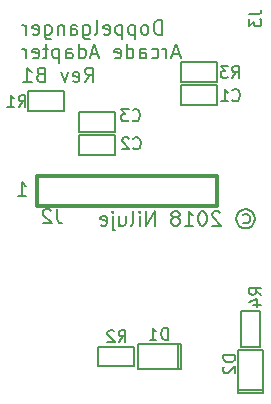
<source format=gbo>
G04 #@! TF.GenerationSoftware,KiCad,Pcbnew,no-vcs-found-bf44d39~61~ubuntu16.04.1*
G04 #@! TF.CreationDate,2018-01-04T16:51:09+01:00*
G04 #@! TF.ProjectId,arcade_adapter,6172636164655F616461707465722E6B,rev?*
G04 #@! TF.SameCoordinates,Original*
G04 #@! TF.FileFunction,Legend,Bot*
G04 #@! TF.FilePolarity,Positive*
%FSLAX46Y46*%
G04 Gerber Fmt 4.6, Leading zero omitted, Abs format (unit mm)*
G04 Created by KiCad (PCBNEW no-vcs-found-bf44d39~61~ubuntu16.04.1) date Thu Jan  4 16:51:09 2018*
%MOMM*%
%LPD*%
G01*
G04 APERTURE LIST*
%ADD10C,0.200000*%
%ADD11C,0.203200*%
%ADD12C,0.300000*%
%ADD13C,0.150000*%
G04 APERTURE END LIST*
D10*
X91437114Y-76184057D02*
X92122828Y-76184057D01*
X91779971Y-76184057D02*
X91779971Y-74984057D01*
X91894257Y-75155485D01*
X92008542Y-75269771D01*
X92122828Y-75326914D01*
X110462857Y-77728571D02*
X110577142Y-77671428D01*
X110805714Y-77671428D01*
X110920000Y-77728571D01*
X111034285Y-77842857D01*
X111091428Y-77957142D01*
X111091428Y-78185714D01*
X111034285Y-78300000D01*
X110920000Y-78414285D01*
X110805714Y-78471428D01*
X110577142Y-78471428D01*
X110462857Y-78414285D01*
X110691428Y-77271428D02*
X110977142Y-77328571D01*
X111262857Y-77500000D01*
X111434285Y-77785714D01*
X111491428Y-78071428D01*
X111434285Y-78357142D01*
X111262857Y-78642857D01*
X110977142Y-78814285D01*
X110691428Y-78871428D01*
X110405714Y-78814285D01*
X110120000Y-78642857D01*
X109948571Y-78357142D01*
X109891428Y-78071428D01*
X109948571Y-77785714D01*
X110120000Y-77500000D01*
X110405714Y-77328571D01*
X110691428Y-77271428D01*
X108520000Y-77557142D02*
X108462857Y-77500000D01*
X108348571Y-77442857D01*
X108062857Y-77442857D01*
X107948571Y-77500000D01*
X107891428Y-77557142D01*
X107834285Y-77671428D01*
X107834285Y-77785714D01*
X107891428Y-77957142D01*
X108577142Y-78642857D01*
X107834285Y-78642857D01*
X107091428Y-77442857D02*
X106977142Y-77442857D01*
X106862857Y-77500000D01*
X106805714Y-77557142D01*
X106748571Y-77671428D01*
X106691428Y-77900000D01*
X106691428Y-78185714D01*
X106748571Y-78414285D01*
X106805714Y-78528571D01*
X106862857Y-78585714D01*
X106977142Y-78642857D01*
X107091428Y-78642857D01*
X107205714Y-78585714D01*
X107262857Y-78528571D01*
X107320000Y-78414285D01*
X107377142Y-78185714D01*
X107377142Y-77900000D01*
X107320000Y-77671428D01*
X107262857Y-77557142D01*
X107205714Y-77500000D01*
X107091428Y-77442857D01*
X105548571Y-78642857D02*
X106234285Y-78642857D01*
X105891428Y-78642857D02*
X105891428Y-77442857D01*
X106005714Y-77614285D01*
X106120000Y-77728571D01*
X106234285Y-77785714D01*
X104862857Y-77957142D02*
X104977142Y-77900000D01*
X105034285Y-77842857D01*
X105091428Y-77728571D01*
X105091428Y-77671428D01*
X105034285Y-77557142D01*
X104977142Y-77500000D01*
X104862857Y-77442857D01*
X104634285Y-77442857D01*
X104520000Y-77500000D01*
X104462857Y-77557142D01*
X104405714Y-77671428D01*
X104405714Y-77728571D01*
X104462857Y-77842857D01*
X104520000Y-77900000D01*
X104634285Y-77957142D01*
X104862857Y-77957142D01*
X104977142Y-78014285D01*
X105034285Y-78071428D01*
X105091428Y-78185714D01*
X105091428Y-78414285D01*
X105034285Y-78528571D01*
X104977142Y-78585714D01*
X104862857Y-78642857D01*
X104634285Y-78642857D01*
X104520000Y-78585714D01*
X104462857Y-78528571D01*
X104405714Y-78414285D01*
X104405714Y-78185714D01*
X104462857Y-78071428D01*
X104520000Y-78014285D01*
X104634285Y-77957142D01*
X102977142Y-78642857D02*
X102977142Y-77442857D01*
X102291428Y-78642857D01*
X102291428Y-77442857D01*
X101720000Y-78642857D02*
X101720000Y-77842857D01*
X101720000Y-77442857D02*
X101777142Y-77500000D01*
X101720000Y-77557142D01*
X101662857Y-77500000D01*
X101720000Y-77442857D01*
X101720000Y-77557142D01*
X100977142Y-78642857D02*
X101091428Y-78585714D01*
X101148571Y-78471428D01*
X101148571Y-77442857D01*
X100005714Y-77842857D02*
X100005714Y-78642857D01*
X100520000Y-77842857D02*
X100520000Y-78471428D01*
X100462857Y-78585714D01*
X100348571Y-78642857D01*
X100177142Y-78642857D01*
X100062857Y-78585714D01*
X100005714Y-78528571D01*
X99434285Y-77842857D02*
X99434285Y-78871428D01*
X99491428Y-78985714D01*
X99605714Y-79042857D01*
X99662857Y-79042857D01*
X99434285Y-77442857D02*
X99491428Y-77500000D01*
X99434285Y-77557142D01*
X99377142Y-77500000D01*
X99434285Y-77442857D01*
X99434285Y-77557142D01*
X98405714Y-78585714D02*
X98520000Y-78642857D01*
X98748571Y-78642857D01*
X98862857Y-78585714D01*
X98920000Y-78471428D01*
X98920000Y-78014285D01*
X98862857Y-77900000D01*
X98748571Y-77842857D01*
X98520000Y-77842857D01*
X98405714Y-77900000D01*
X98348571Y-78014285D01*
X98348571Y-78128571D01*
X98920000Y-78242857D01*
X103589057Y-62474657D02*
X103589057Y-61274657D01*
X103303342Y-61274657D01*
X103131914Y-61331800D01*
X103017628Y-61446085D01*
X102960485Y-61560371D01*
X102903342Y-61788942D01*
X102903342Y-61960371D01*
X102960485Y-62188942D01*
X103017628Y-62303228D01*
X103131914Y-62417514D01*
X103303342Y-62474657D01*
X103589057Y-62474657D01*
X102217628Y-62474657D02*
X102331914Y-62417514D01*
X102389057Y-62360371D01*
X102446200Y-62246085D01*
X102446200Y-61903228D01*
X102389057Y-61788942D01*
X102331914Y-61731800D01*
X102217628Y-61674657D01*
X102046200Y-61674657D01*
X101931914Y-61731800D01*
X101874771Y-61788942D01*
X101817628Y-61903228D01*
X101817628Y-62246085D01*
X101874771Y-62360371D01*
X101931914Y-62417514D01*
X102046200Y-62474657D01*
X102217628Y-62474657D01*
X101303342Y-61674657D02*
X101303342Y-62874657D01*
X101303342Y-61731800D02*
X101189057Y-61674657D01*
X100960485Y-61674657D01*
X100846200Y-61731800D01*
X100789057Y-61788942D01*
X100731914Y-61903228D01*
X100731914Y-62246085D01*
X100789057Y-62360371D01*
X100846200Y-62417514D01*
X100960485Y-62474657D01*
X101189057Y-62474657D01*
X101303342Y-62417514D01*
X100217628Y-61674657D02*
X100217628Y-62874657D01*
X100217628Y-61731800D02*
X100103342Y-61674657D01*
X99874771Y-61674657D01*
X99760485Y-61731800D01*
X99703342Y-61788942D01*
X99646200Y-61903228D01*
X99646200Y-62246085D01*
X99703342Y-62360371D01*
X99760485Y-62417514D01*
X99874771Y-62474657D01*
X100103342Y-62474657D01*
X100217628Y-62417514D01*
X98674771Y-62417514D02*
X98789057Y-62474657D01*
X99017628Y-62474657D01*
X99131914Y-62417514D01*
X99189057Y-62303228D01*
X99189057Y-61846085D01*
X99131914Y-61731800D01*
X99017628Y-61674657D01*
X98789057Y-61674657D01*
X98674771Y-61731800D01*
X98617628Y-61846085D01*
X98617628Y-61960371D01*
X99189057Y-62074657D01*
X97931914Y-62474657D02*
X98046200Y-62417514D01*
X98103342Y-62303228D01*
X98103342Y-61274657D01*
X96960485Y-61674657D02*
X96960485Y-62646085D01*
X97017628Y-62760371D01*
X97074771Y-62817514D01*
X97189057Y-62874657D01*
X97360485Y-62874657D01*
X97474771Y-62817514D01*
X96960485Y-62417514D02*
X97074771Y-62474657D01*
X97303342Y-62474657D01*
X97417628Y-62417514D01*
X97474771Y-62360371D01*
X97531914Y-62246085D01*
X97531914Y-61903228D01*
X97474771Y-61788942D01*
X97417628Y-61731800D01*
X97303342Y-61674657D01*
X97074771Y-61674657D01*
X96960485Y-61731800D01*
X95874771Y-62474657D02*
X95874771Y-61846085D01*
X95931914Y-61731800D01*
X96046200Y-61674657D01*
X96274771Y-61674657D01*
X96389057Y-61731800D01*
X95874771Y-62417514D02*
X95989057Y-62474657D01*
X96274771Y-62474657D01*
X96389057Y-62417514D01*
X96446200Y-62303228D01*
X96446200Y-62188942D01*
X96389057Y-62074657D01*
X96274771Y-62017514D01*
X95989057Y-62017514D01*
X95874771Y-61960371D01*
X95303342Y-61674657D02*
X95303342Y-62474657D01*
X95303342Y-61788942D02*
X95246200Y-61731800D01*
X95131914Y-61674657D01*
X94960485Y-61674657D01*
X94846200Y-61731800D01*
X94789057Y-61846085D01*
X94789057Y-62474657D01*
X93703342Y-61674657D02*
X93703342Y-62646085D01*
X93760485Y-62760371D01*
X93817628Y-62817514D01*
X93931914Y-62874657D01*
X94103342Y-62874657D01*
X94217628Y-62817514D01*
X93703342Y-62417514D02*
X93817628Y-62474657D01*
X94046200Y-62474657D01*
X94160485Y-62417514D01*
X94217628Y-62360371D01*
X94274771Y-62246085D01*
X94274771Y-61903228D01*
X94217628Y-61788942D01*
X94160485Y-61731800D01*
X94046200Y-61674657D01*
X93817628Y-61674657D01*
X93703342Y-61731800D01*
X92674771Y-62417514D02*
X92789057Y-62474657D01*
X93017628Y-62474657D01*
X93131914Y-62417514D01*
X93189057Y-62303228D01*
X93189057Y-61846085D01*
X93131914Y-61731800D01*
X93017628Y-61674657D01*
X92789057Y-61674657D01*
X92674771Y-61731800D01*
X92617628Y-61846085D01*
X92617628Y-61960371D01*
X93189057Y-62074657D01*
X92103342Y-62474657D02*
X92103342Y-61674657D01*
X92103342Y-61903228D02*
X92046200Y-61788942D01*
X91989057Y-61731800D01*
X91874771Y-61674657D01*
X91760485Y-61674657D01*
X105074771Y-64131800D02*
X104503342Y-64131800D01*
X105189057Y-64474657D02*
X104789057Y-63274657D01*
X104389057Y-64474657D01*
X103989057Y-64474657D02*
X103989057Y-63674657D01*
X103989057Y-63903228D02*
X103931914Y-63788942D01*
X103874771Y-63731800D01*
X103760485Y-63674657D01*
X103646200Y-63674657D01*
X102731914Y-64417514D02*
X102846200Y-64474657D01*
X103074771Y-64474657D01*
X103189057Y-64417514D01*
X103246200Y-64360371D01*
X103303342Y-64246085D01*
X103303342Y-63903228D01*
X103246200Y-63788942D01*
X103189057Y-63731800D01*
X103074771Y-63674657D01*
X102846200Y-63674657D01*
X102731914Y-63731800D01*
X101703342Y-64474657D02*
X101703342Y-63846085D01*
X101760485Y-63731800D01*
X101874771Y-63674657D01*
X102103342Y-63674657D01*
X102217628Y-63731800D01*
X101703342Y-64417514D02*
X101817628Y-64474657D01*
X102103342Y-64474657D01*
X102217628Y-64417514D01*
X102274771Y-64303228D01*
X102274771Y-64188942D01*
X102217628Y-64074657D01*
X102103342Y-64017514D01*
X101817628Y-64017514D01*
X101703342Y-63960371D01*
X100617628Y-64474657D02*
X100617628Y-63274657D01*
X100617628Y-64417514D02*
X100731914Y-64474657D01*
X100960485Y-64474657D01*
X101074771Y-64417514D01*
X101131914Y-64360371D01*
X101189057Y-64246085D01*
X101189057Y-63903228D01*
X101131914Y-63788942D01*
X101074771Y-63731800D01*
X100960485Y-63674657D01*
X100731914Y-63674657D01*
X100617628Y-63731800D01*
X99589057Y-64417514D02*
X99703342Y-64474657D01*
X99931914Y-64474657D01*
X100046200Y-64417514D01*
X100103342Y-64303228D01*
X100103342Y-63846085D01*
X100046200Y-63731800D01*
X99931914Y-63674657D01*
X99703342Y-63674657D01*
X99589057Y-63731800D01*
X99531914Y-63846085D01*
X99531914Y-63960371D01*
X100103342Y-64074657D01*
X98160485Y-64131800D02*
X97589057Y-64131800D01*
X98274771Y-64474657D02*
X97874771Y-63274657D01*
X97474771Y-64474657D01*
X96560485Y-64474657D02*
X96560485Y-63274657D01*
X96560485Y-64417514D02*
X96674771Y-64474657D01*
X96903342Y-64474657D01*
X97017628Y-64417514D01*
X97074771Y-64360371D01*
X97131914Y-64246085D01*
X97131914Y-63903228D01*
X97074771Y-63788942D01*
X97017628Y-63731800D01*
X96903342Y-63674657D01*
X96674771Y-63674657D01*
X96560485Y-63731800D01*
X95474771Y-64474657D02*
X95474771Y-63846085D01*
X95531914Y-63731800D01*
X95646200Y-63674657D01*
X95874771Y-63674657D01*
X95989057Y-63731800D01*
X95474771Y-64417514D02*
X95589057Y-64474657D01*
X95874771Y-64474657D01*
X95989057Y-64417514D01*
X96046200Y-64303228D01*
X96046200Y-64188942D01*
X95989057Y-64074657D01*
X95874771Y-64017514D01*
X95589057Y-64017514D01*
X95474771Y-63960371D01*
X94903342Y-63674657D02*
X94903342Y-64874657D01*
X94903342Y-63731800D02*
X94789057Y-63674657D01*
X94560485Y-63674657D01*
X94446200Y-63731800D01*
X94389057Y-63788942D01*
X94331914Y-63903228D01*
X94331914Y-64246085D01*
X94389057Y-64360371D01*
X94446200Y-64417514D01*
X94560485Y-64474657D01*
X94789057Y-64474657D01*
X94903342Y-64417514D01*
X93989057Y-63674657D02*
X93531914Y-63674657D01*
X93817628Y-63274657D02*
X93817628Y-64303228D01*
X93760485Y-64417514D01*
X93646200Y-64474657D01*
X93531914Y-64474657D01*
X92674771Y-64417514D02*
X92789057Y-64474657D01*
X93017628Y-64474657D01*
X93131914Y-64417514D01*
X93189057Y-64303228D01*
X93189057Y-63846085D01*
X93131914Y-63731800D01*
X93017628Y-63674657D01*
X92789057Y-63674657D01*
X92674771Y-63731800D01*
X92617628Y-63846085D01*
X92617628Y-63960371D01*
X93189057Y-64074657D01*
X92103342Y-64474657D02*
X92103342Y-63674657D01*
X92103342Y-63903228D02*
X92046200Y-63788942D01*
X91989057Y-63731800D01*
X91874771Y-63674657D01*
X91760485Y-63674657D01*
X97074771Y-66474657D02*
X97474771Y-65903228D01*
X97760485Y-66474657D02*
X97760485Y-65274657D01*
X97303342Y-65274657D01*
X97189057Y-65331800D01*
X97131914Y-65388942D01*
X97074771Y-65503228D01*
X97074771Y-65674657D01*
X97131914Y-65788942D01*
X97189057Y-65846085D01*
X97303342Y-65903228D01*
X97760485Y-65903228D01*
X96103342Y-66417514D02*
X96217628Y-66474657D01*
X96446200Y-66474657D01*
X96560485Y-66417514D01*
X96617628Y-66303228D01*
X96617628Y-65846085D01*
X96560485Y-65731800D01*
X96446200Y-65674657D01*
X96217628Y-65674657D01*
X96103342Y-65731800D01*
X96046200Y-65846085D01*
X96046200Y-65960371D01*
X96617628Y-66074657D01*
X95646200Y-65674657D02*
X95360485Y-66474657D01*
X95074771Y-65674657D01*
X93303342Y-65846085D02*
X93131914Y-65903228D01*
X93074771Y-65960371D01*
X93017628Y-66074657D01*
X93017628Y-66246085D01*
X93074771Y-66360371D01*
X93131914Y-66417514D01*
X93246200Y-66474657D01*
X93703342Y-66474657D01*
X93703342Y-65274657D01*
X93303342Y-65274657D01*
X93189057Y-65331800D01*
X93131914Y-65388942D01*
X93074771Y-65503228D01*
X93074771Y-65617514D01*
X93131914Y-65731800D01*
X93189057Y-65788942D01*
X93303342Y-65846085D01*
X93703342Y-65846085D01*
X91874771Y-66474657D02*
X92560485Y-66474657D01*
X92217628Y-66474657D02*
X92217628Y-65274657D01*
X92331914Y-65446085D01*
X92446200Y-65560371D01*
X92560485Y-65617514D01*
D11*
X99669600Y-70695820D02*
X96621600Y-70695820D01*
X99669600Y-69019420D02*
X96621600Y-69019420D01*
X99669600Y-69019420D02*
X99669600Y-70695820D01*
X96621600Y-69019420D02*
X96621600Y-70695820D01*
X96621600Y-70967600D02*
X96621600Y-72644000D01*
X99669600Y-70967600D02*
X99669600Y-72644000D01*
X99669600Y-70967600D02*
X96621600Y-70967600D01*
X99669600Y-72644000D02*
X96621600Y-72644000D01*
X105246000Y-66781800D02*
X108294000Y-66781800D01*
X105246000Y-68458200D02*
X108294000Y-68458200D01*
X105246000Y-68458200D02*
X105246000Y-66781800D01*
X108294000Y-68458200D02*
X108294000Y-66781800D01*
X111937800Y-85877400D02*
X110261400Y-85877400D01*
X111937800Y-88925400D02*
X110261400Y-88925400D01*
X111937800Y-88925400D02*
X111937800Y-85877400D01*
X110261400Y-88925400D02*
X110261400Y-85877400D01*
X108294000Y-66488200D02*
X105246000Y-66488200D01*
X108294000Y-64811800D02*
X105246000Y-64811800D01*
X108294000Y-64811800D02*
X108294000Y-66488200D01*
X105246000Y-64811800D02*
X105246000Y-66488200D01*
X98171000Y-88900000D02*
X98171000Y-90576400D01*
X101219000Y-88900000D02*
X101219000Y-90576400D01*
X101219000Y-88900000D02*
X98171000Y-88900000D01*
X101219000Y-90576400D02*
X98171000Y-90576400D01*
X92283280Y-67284600D02*
X92283280Y-68961000D01*
X95331280Y-67284600D02*
X95331280Y-68961000D01*
X95331280Y-67284600D02*
X92283280Y-67284600D01*
X95331280Y-68961000D02*
X92283280Y-68961000D01*
X110007400Y-92836200D02*
X112191800Y-92836200D01*
X112191800Y-89179400D02*
X112191800Y-92836200D01*
X110007400Y-92583000D02*
X112191800Y-92583000D01*
X110007400Y-89179400D02*
X110007400Y-92836200D01*
X110007400Y-89179400D02*
X112191800Y-89179400D01*
X101574600Y-90830400D02*
X101574600Y-88646000D01*
X101574600Y-90830400D02*
X105231400Y-90830400D01*
X104978200Y-90830400D02*
X104978200Y-88646000D01*
X101574600Y-88646000D02*
X105231400Y-88646000D01*
X105231400Y-90830400D02*
X105231400Y-88646000D01*
D12*
X92989400Y-74422000D02*
X92989400Y-76962000D01*
X108229400Y-74422000D02*
X92989400Y-74422000D01*
X108229400Y-76962000D02*
X108229400Y-74422000D01*
X92989400Y-76962000D02*
X108229400Y-76962000D01*
D13*
X101116666Y-69707142D02*
X101164285Y-69754761D01*
X101307142Y-69802380D01*
X101402380Y-69802380D01*
X101545238Y-69754761D01*
X101640476Y-69659523D01*
X101688095Y-69564285D01*
X101735714Y-69373809D01*
X101735714Y-69230952D01*
X101688095Y-69040476D01*
X101640476Y-68945238D01*
X101545238Y-68850000D01*
X101402380Y-68802380D01*
X101307142Y-68802380D01*
X101164285Y-68850000D01*
X101116666Y-68897619D01*
X100783333Y-68802380D02*
X100164285Y-68802380D01*
X100497619Y-69183333D01*
X100354761Y-69183333D01*
X100259523Y-69230952D01*
X100211904Y-69278571D01*
X100164285Y-69373809D01*
X100164285Y-69611904D01*
X100211904Y-69707142D01*
X100259523Y-69754761D01*
X100354761Y-69802380D01*
X100640476Y-69802380D01*
X100735714Y-69754761D01*
X100783333Y-69707142D01*
X101182466Y-72086742D02*
X101230085Y-72134361D01*
X101372942Y-72181980D01*
X101468180Y-72181980D01*
X101611038Y-72134361D01*
X101706276Y-72039123D01*
X101753895Y-71943885D01*
X101801514Y-71753409D01*
X101801514Y-71610552D01*
X101753895Y-71420076D01*
X101706276Y-71324838D01*
X101611038Y-71229600D01*
X101468180Y-71181980D01*
X101372942Y-71181980D01*
X101230085Y-71229600D01*
X101182466Y-71277219D01*
X100801514Y-71277219D02*
X100753895Y-71229600D01*
X100658657Y-71181980D01*
X100420561Y-71181980D01*
X100325323Y-71229600D01*
X100277704Y-71277219D01*
X100230085Y-71372457D01*
X100230085Y-71467695D01*
X100277704Y-71610552D01*
X100849133Y-72181980D01*
X100230085Y-72181980D01*
X109576666Y-68017142D02*
X109624285Y-68064761D01*
X109767142Y-68112380D01*
X109862380Y-68112380D01*
X110005238Y-68064761D01*
X110100476Y-67969523D01*
X110148095Y-67874285D01*
X110195714Y-67683809D01*
X110195714Y-67540952D01*
X110148095Y-67350476D01*
X110100476Y-67255238D01*
X110005238Y-67160000D01*
X109862380Y-67112380D01*
X109767142Y-67112380D01*
X109624285Y-67160000D01*
X109576666Y-67207619D01*
X108624285Y-68112380D02*
X109195714Y-68112380D01*
X108910000Y-68112380D02*
X108910000Y-67112380D01*
X109005238Y-67255238D01*
X109100476Y-67350476D01*
X109195714Y-67398095D01*
X112009180Y-84516933D02*
X111532990Y-84183600D01*
X112009180Y-83945504D02*
X111009180Y-83945504D01*
X111009180Y-84326457D01*
X111056800Y-84421695D01*
X111104419Y-84469314D01*
X111199657Y-84516933D01*
X111342514Y-84516933D01*
X111437752Y-84469314D01*
X111485371Y-84421695D01*
X111532990Y-84326457D01*
X111532990Y-83945504D01*
X111342514Y-85374076D02*
X112009180Y-85374076D01*
X110961561Y-85135980D02*
X111675847Y-84897885D01*
X111675847Y-85516933D01*
X109536666Y-66142380D02*
X109870000Y-65666190D01*
X110108095Y-66142380D02*
X110108095Y-65142380D01*
X109727142Y-65142380D01*
X109631904Y-65190000D01*
X109584285Y-65237619D01*
X109536666Y-65332857D01*
X109536666Y-65475714D01*
X109584285Y-65570952D01*
X109631904Y-65618571D01*
X109727142Y-65666190D01*
X110108095Y-65666190D01*
X109203333Y-65142380D02*
X108584285Y-65142380D01*
X108917619Y-65523333D01*
X108774761Y-65523333D01*
X108679523Y-65570952D01*
X108631904Y-65618571D01*
X108584285Y-65713809D01*
X108584285Y-65951904D01*
X108631904Y-66047142D01*
X108679523Y-66094761D01*
X108774761Y-66142380D01*
X109060476Y-66142380D01*
X109155714Y-66094761D01*
X109203333Y-66047142D01*
X99937866Y-88514180D02*
X100271200Y-88037990D01*
X100509295Y-88514180D02*
X100509295Y-87514180D01*
X100128342Y-87514180D01*
X100033104Y-87561800D01*
X99985485Y-87609419D01*
X99937866Y-87704657D01*
X99937866Y-87847514D01*
X99985485Y-87942752D01*
X100033104Y-87990371D01*
X100128342Y-88037990D01*
X100509295Y-88037990D01*
X99556914Y-87609419D02*
X99509295Y-87561800D01*
X99414057Y-87514180D01*
X99175961Y-87514180D01*
X99080723Y-87561800D01*
X99033104Y-87609419D01*
X98985485Y-87704657D01*
X98985485Y-87799895D01*
X99033104Y-87942752D01*
X99604533Y-88514180D01*
X98985485Y-88514180D01*
X91466666Y-68602380D02*
X91800000Y-68126190D01*
X92038095Y-68602380D02*
X92038095Y-67602380D01*
X91657142Y-67602380D01*
X91561904Y-67650000D01*
X91514285Y-67697619D01*
X91466666Y-67792857D01*
X91466666Y-67935714D01*
X91514285Y-68030952D01*
X91561904Y-68078571D01*
X91657142Y-68126190D01*
X92038095Y-68126190D01*
X90514285Y-68602380D02*
X91085714Y-68602380D01*
X90800000Y-68602380D02*
X90800000Y-67602380D01*
X90895238Y-67745238D01*
X90990476Y-67840476D01*
X91085714Y-67888095D01*
X109799380Y-89635104D02*
X108799380Y-89635104D01*
X108799380Y-89873200D01*
X108847000Y-90016057D01*
X108942238Y-90111295D01*
X109037476Y-90158914D01*
X109227952Y-90206533D01*
X109370809Y-90206533D01*
X109561285Y-90158914D01*
X109656523Y-90111295D01*
X109751761Y-90016057D01*
X109799380Y-89873200D01*
X109799380Y-89635104D01*
X108894619Y-90587485D02*
X108847000Y-90635104D01*
X108799380Y-90730342D01*
X108799380Y-90968438D01*
X108847000Y-91063676D01*
X108894619Y-91111295D01*
X108989857Y-91158914D01*
X109085095Y-91158914D01*
X109227952Y-91111295D01*
X109799380Y-90539866D01*
X109799380Y-91158914D01*
X104090695Y-88310980D02*
X104090695Y-87310980D01*
X103852600Y-87310980D01*
X103709742Y-87358600D01*
X103614504Y-87453838D01*
X103566885Y-87549076D01*
X103519266Y-87739552D01*
X103519266Y-87882409D01*
X103566885Y-88072885D01*
X103614504Y-88168123D01*
X103709742Y-88263361D01*
X103852600Y-88310980D01*
X104090695Y-88310980D01*
X102566885Y-88310980D02*
X103138314Y-88310980D01*
X102852600Y-88310980D02*
X102852600Y-87310980D01*
X102947838Y-87453838D01*
X103043076Y-87549076D01*
X103138314Y-87596695D01*
X111002380Y-60766666D02*
X111716666Y-60766666D01*
X111859523Y-60719047D01*
X111954761Y-60623809D01*
X112002380Y-60480952D01*
X112002380Y-60385714D01*
X111002380Y-61147619D02*
X111002380Y-61766666D01*
X111383333Y-61433333D01*
X111383333Y-61576190D01*
X111430952Y-61671428D01*
X111478571Y-61719047D01*
X111573809Y-61766666D01*
X111811904Y-61766666D01*
X111907142Y-61719047D01*
X111954761Y-61671428D01*
X112002380Y-61576190D01*
X112002380Y-61290476D01*
X111954761Y-61195238D01*
X111907142Y-61147619D01*
X94710200Y-77270057D02*
X94710200Y-78127200D01*
X94767342Y-78298628D01*
X94881628Y-78412914D01*
X95053057Y-78470057D01*
X95167342Y-78470057D01*
X94195914Y-77384342D02*
X94138771Y-77327200D01*
X94024485Y-77270057D01*
X93738771Y-77270057D01*
X93624485Y-77327200D01*
X93567342Y-77384342D01*
X93510200Y-77498628D01*
X93510200Y-77612914D01*
X93567342Y-77784342D01*
X94253057Y-78470057D01*
X93510200Y-78470057D01*
M02*

</source>
